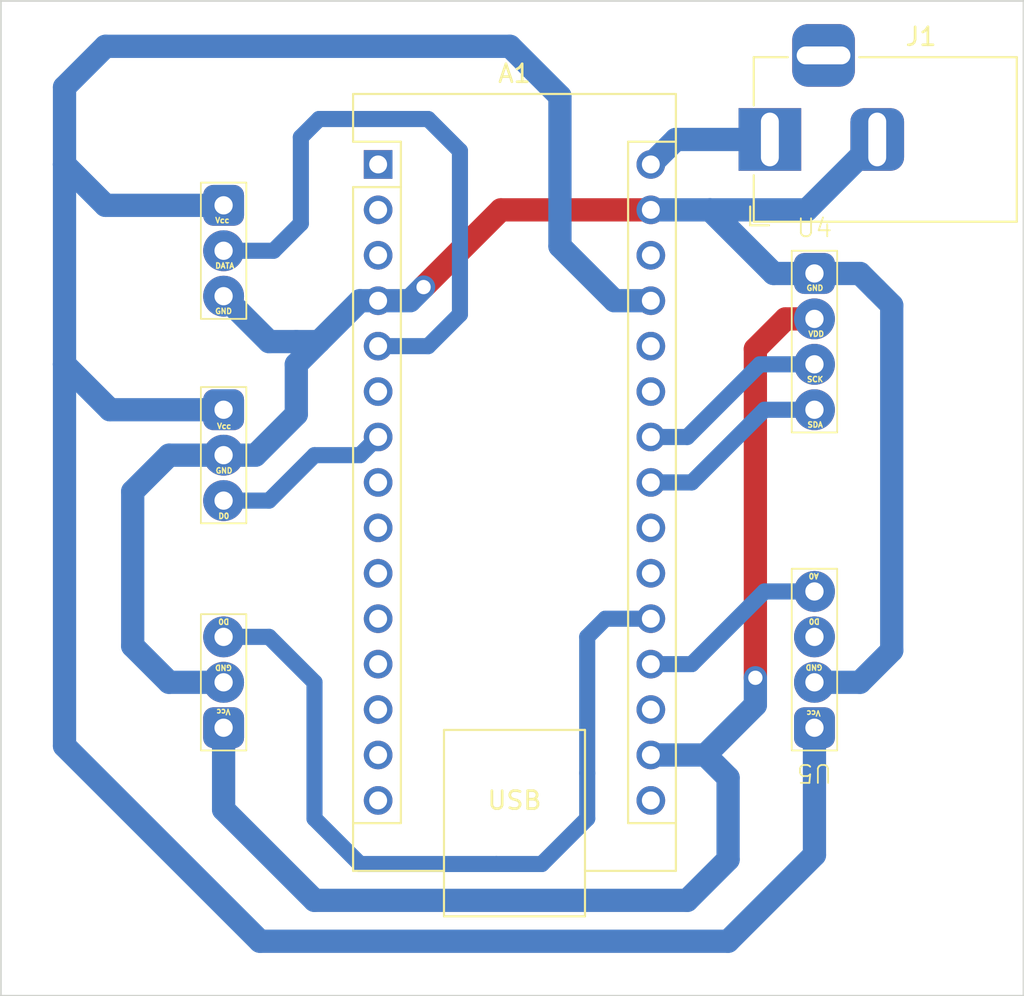
<source format=kicad_pcb>
(kicad_pcb (version 20221018) (generator pcbnew)
  (layers (0 "F.Cu" signal) (31 "B.Cu" signal) (34 "B.Paste" user) (35 "F.Paste" user) (36 "B.SilkS" user "B.Silkscreen") (37 "F.SilkS" user "F.Silkscreen") (38 "B.Mask" user) (39 "F.Mask" user) (44 "Edge.Cuts" user))
  (net 0 "")
  (net 4 "GND")
  (net 5 "Net-(A1-D2)")
  (net 7 "Net-(A1-D4)")
  (net 17 "Net-(A1-3V3)")
  (net 19 "Net-(A1-A0)")
  (net 20 "Net-(A1-A1)")
  (net 23 "Net-(A1-A4)")
  (net 24 "Net-(A1-A5)")
  (net 27 "Net-(A1-+5V)")
  (net 29 "+5V")
  (footprint "Module:Arduino_Nano" (layer "F.Cu") (at 39.116 24.384)
    (fp_text reference "A1" (at 7.62 -5.08) (layer "F.SilkS"))
    (fp_text value "Arduino_Nano_v3.x")
    (fp_text user "USB" (at 7.62 35.56 unlocked) (layer "F.SilkS"))
    (fp_line (start -1.4 -3.94) (end -1.4 -1.27) (stroke (width 0.12)) (layer "F.SilkS"))
    (fp_line (start -1.4 1.27) (end -1.4 39.5) (stroke (width 0.12)) (layer "F.SilkS"))
    (fp_line (start -1.4 39.5) (end 3.68 39.5) (stroke (width 0.12)) (layer "F.SilkS"))
    (fp_line (start 1.27 -1.27) (end -1.4 -1.27) (stroke (width 0.12)) (layer "F.SilkS"))
    (fp_line (start 1.27 1.27) (end -1.4 1.27) (stroke (width 0.12)) (layer "F.SilkS"))
    (fp_line (start 1.27 1.27) (end 1.27 -1.27) (stroke (width 0.12)) (layer "F.SilkS"))
    (fp_line (start 1.27 1.27) (end 1.27 36.83) (stroke (width 0.12)) (layer "F.SilkS"))
    (fp_line (start 1.27 36.83) (end -1.4 36.83) (stroke (width 0.12)) (layer "F.SilkS"))
    (fp_line (start 3.68 31.62) (end 11.56 31.62) (stroke (width 0.12)) (layer "F.SilkS"))
    (fp_line (start 3.68 42.04) (end 3.68 31.62) (stroke (width 0.12)) (layer "F.SilkS"))
    (fp_line (start 11.56 31.62) (end 11.56 42.04) (stroke (width 0.12)) (layer "F.SilkS"))
    (fp_line (start 11.56 42.04) (end 3.68 42.04) (stroke (width 0.12)) (layer "F.SilkS"))
    (fp_line (start 13.97 -1.27) (end 13.97 36.83) (stroke (width 0.12)) (layer "F.SilkS"))
    (fp_line (start 13.97 -1.27) (end 16.64 -1.27) (stroke (width 0.12)) (layer "F.SilkS"))
    (fp_line (start 13.97 36.83) (end 16.64 36.83) (stroke (width 0.12)) (layer "F.SilkS"))
    (fp_line (start 16.64 -3.94) (end -1.4 -3.94) (stroke (width 0.12)) (layer "F.SilkS"))
    (fp_line (start 16.64 39.5) (end 11.56 39.5) (stroke (width 0.12)) (layer "F.SilkS"))
    (fp_line (start 16.64 39.5) (end 16.64 -3.94) (stroke (width 0.12)) (layer "F.SilkS"))
    (pad "1" thru_hole rect (at 0 0) (size 1.6 1.6) (drill 1) (layers "*.Cu" "*.Mask"))
    (pad "2" thru_hole oval (at 0 2.54) (size 1.6 1.6) (drill 1) (layers "*.Cu" "*.Mask"))
    (pad "3" thru_hole oval (at 0 5.08) (size 1.6 1.6) (drill 1) (layers "*.Cu" "*.Mask"))
    (pad "4" thru_hole oval (at 0 7.62) (size 1.6 1.6) (drill 1) (layers "*.Cu" "*.Mask") (net 4 "GND"))
    (pad "5" thru_hole oval (at 0 10.16) (size 1.6 1.6) (drill 1) (layers "*.Cu" "*.Mask") (net 5 "Net-(A1-D2)"))
    (pad "6" thru_hole oval (at 0 12.7) (size 1.6 1.6) (drill 1) (layers "*.Cu" "*.Mask"))
    (pad "7" thru_hole oval (at 0 15.24) (size 1.6 1.6) (drill 1) (layers "*.Cu" "*.Mask") (net 7 "Net-(A1-D4)"))
    (pad "8" thru_hole oval (at 0 17.78) (size 1.6 1.6) (drill 1) (layers "*.Cu" "*.Mask"))
    (pad "9" thru_hole oval (at 0 20.32) (size 1.6 1.6) (drill 1) (layers "*.Cu" "*.Mask"))
    (pad "10" thru_hole oval (at 0 22.86) (size 1.6 1.6) (drill 1) (layers "*.Cu" "*.Mask"))
    (pad "11" thru_hole oval (at 0 25.4) (size 1.6 1.6) (drill 1) (layers "*.Cu" "*.Mask"))
    (pad "12" thru_hole oval (at 0 27.94) (size 1.6 1.6) (drill 1) (layers "*.Cu" "*.Mask"))
    (pad "13" thru_hole oval (at 0 30.48) (size 1.6 1.6) (drill 1) (layers "*.Cu" "*.Mask"))
    (pad "14" thru_hole oval (at 0 33.02) (size 1.6 1.6) (drill 1) (layers "*.Cu" "*.Mask"))
    (pad "15" thru_hole oval (at 0 35.56) (size 1.6 1.6) (drill 1) (layers "*.Cu" "*.Mask"))
    (pad "16" thru_hole oval (at 15.24 35.56) (size 1.6 1.6) (drill 1) (layers "*.Cu" "*.Mask"))
    (pad "17" thru_hole oval (at 15.24 33.02) (size 1.6 1.6) (drill 1) (layers "*.Cu" "*.Mask") (net 17 "Net-(A1-3V3)"))
    (pad "18" thru_hole oval (at 15.24 30.48) (size 1.6 1.6) (drill 1) (layers "*.Cu" "*.Mask"))
    (pad "19" thru_hole oval (at 15.24 27.94) (size 1.6 1.6) (drill 1) (layers "*.Cu" "*.Mask") (net 19 "Net-(A1-A0)"))
    (pad "20" thru_hole oval (at 15.24 25.4) (size 1.6 1.6) (drill 1) (layers "*.Cu" "*.Mask") (net 20 "Net-(A1-A1)"))
    (pad "21" thru_hole oval (at 15.24 22.86) (size 1.6 1.6) (drill 1) (layers "*.Cu" "*.Mask"))
    (pad "22" thru_hole oval (at 15.24 20.32) (size 1.6 1.6) (drill 1) (layers "*.Cu" "*.Mask"))
    (pad "23" thru_hole oval (at 15.24 17.78) (size 1.6 1.6) (drill 1) (layers "*.Cu" "*.Mask") (net 23 "Net-(A1-A4)"))
    (pad "24" thru_hole oval (at 15.24 15.24) (size 1.6 1.6) (drill 1) (layers "*.Cu" "*.Mask") (net 24 "Net-(A1-A5)"))
    (pad "25" thru_hole oval (at 15.24 12.7) (size 1.6 1.6) (drill 1) (layers "*.Cu" "*.Mask"))
    (pad "26" thru_hole oval (at 15.24 10.16) (size 1.6 1.6) (drill 1) (layers "*.Cu" "*.Mask"))
    (pad "27" thru_hole oval (at 15.24 7.62) (size 1.6 1.6) (drill 1) (layers "*.Cu" "*.Mask") (net 27 "Net-(A1-+5V)"))
    (pad "28" thru_hole oval (at 15.24 5.08) (size 1.6 1.6) (drill 1) (layers "*.Cu" "*.Mask"))
    (pad "29" thru_hole oval (at 15.24 2.54) (size 1.6 1.6) (drill 1) (layers "*.Cu" "*.Mask") (net 4 "GND"))
    (pad "30" thru_hole oval (at 15.24 0) (size 1.6 1.6) (drill 1) (layers "*.Cu" "*.Mask") (net 29 "+5V"))
  )
  (footprint "Gotchiplant_Library:Vibration_Module_SW420" (layer "F.Cu") (at 30.48 53.34 180)
    (fp_text reference "U6" hide)
    (fp_text value "Vibration_Module_SW 420")
    (fp_text user "Vcc" (at -0.425 -1.475 180 unlocked) (layer "F.SilkS") (effects (font (size 0.3 0.3) (thickness 0.075)) (justify left bottom)))
    (fp_text user "D0" (at -0.35 3.575 180 unlocked) (layer "F.SilkS") (effects (font (size 0.3 0.3) (thickness 0.075)) (justify left bottom)))
    (fp_text user "GND" (at -0.5 1 180 unlocked) (layer "F.SilkS") (effects (font (size 0.3 0.3) (thickness 0.075)) (justify left bottom)))
    (fp_rect (start -1.27 -3.81) (end 1.27 3.81) (stroke (width 0.1)) (fill none) (layer "F.SilkS"))
    (pad "1" thru_hole roundrect (at 0 -2.54 270) (size 2.286 2.286) (drill 1.02) (layers "*.Cu" "*.Mask") (net 17 "Net-(A1-3V3)"))
    (pad "2" thru_hole circle (at 0 0 270) (size 2.286 2.286) (drill 1.02) (layers "*.Cu" "*.Mask") (net 4 "GND"))
    (pad "3" thru_hole circle (at 0 2.54 270) (size 2.286 2.286) (drill 1.02) (layers "*.Cu" "*.Mask") (net 20 "Net-(A1-A1)"))
  )
  (footprint "Connector_BarrelJack:BarrelJack_Horizontal" (layer "F.Cu") (at 61.008 22.988 180)
    (fp_text reference "J1" (at -8.45 5.75) (layer "F.SilkS"))
    (fp_text value "Jack-DC")
    (fp_line (start -13.8 -4.6) (end 0.9 -4.6) (stroke (width 0.12)) (layer "F.SilkS"))
    (fp_line (start -13.8 4.6) (end -13.8 -4.6) (stroke (width 0.12)) (layer "F.SilkS"))
    (fp_line (start -5 4.6) (end -13.8 4.6) (stroke (width 0.12)) (layer "F.SilkS"))
    (fp_line (start 0.05 -4.8) (end 1.1 -4.8) (stroke (width 0.12)) (layer "F.SilkS"))
    (fp_line (start 0.9 -4.6) (end 0.9 -2) (stroke (width 0.12)) (layer "F.SilkS"))
    (fp_line (start 0.9 1.9) (end 0.9 4.6) (stroke (width 0.12)) (layer "F.SilkS"))
    (fp_line (start 0.9 4.6) (end -1 4.6) (stroke (width 0.12)) (layer "F.SilkS"))
    (fp_line (start 1.1 -3.75) (end 1.1 -4.8) (stroke (width 0.12)) (layer "F.SilkS"))
    (pad "1" thru_hole rect (at 0 0 180) (size 3.5 3.5) (drill oval 1 3) (layers "*.Cu" "*.Mask") (net 29 "+5V"))
    (pad "2" thru_hole roundrect (at -6 0 180) (size 3 3.5) (drill oval 1 3) (layers "*.Cu" "*.Mask") (net 4 "GND"))
    (pad "3" thru_hole roundrect (at -3 4.7 180) (size 3.5 3.5) (drill oval 3 1) (layers "*.Cu" "*.Mask"))
  )
  (footprint "Gotchiplant_Library:LDR Module LM393" (layer "F.Cu") (at 30.48 40.64)
    (fp_text reference "U3" hide)
    (fp_text value "LDR_Module_LM393")
    (fp_text user "GND" (at -0.4826 1.0414 unlocked) (layer "F.SilkS") (effects (font (size 0.3 0.3) (thickness 0.075)) (justify left bottom)))
    (fp_text user "Vcc" (at -0.4064 -1.4478 unlocked) (layer "F.SilkS") (effects (font (size 0.3 0.3) (thickness 0.075)) (justify left bottom)))
    (fp_text user "D0" (at -0.3302 3.5814 unlocked) (layer "F.SilkS") (effects (font (size 0.3 0.3) (thickness 0.075)) (justify left bottom)))
    (fp_rect (start -1.27 -3.81) (end 1.27 3.81) (stroke (width 0.1)) (fill none) (layer "F.SilkS"))
    (pad "1" thru_hole roundrect (at 0 -2.54) (size 2.286 2.286) (drill 1.02) (layers "*.Cu" "*.Mask") (net 27 "Net-(A1-+5V)"))
    (pad "2" thru_hole circle (at 0 0) (size 2.286 2.286) (drill 1.02) (layers "*.Cu" "*.Mask") (net 4 "GND"))
    (pad "3" thru_hole circle (at 0 2.54) (size 2.286 2.286) (drill 1.02) (layers "*.Cu" "*.Mask") (net 7 "Net-(A1-D4)"))
  )
  (footprint "Gotchiplant_Library:FC_28_SM Sensor" (layer "F.Cu") (at 63.5 52.07 180)
    (fp_text reference "U5" (at 0 -6.35 180 unlocked) (layer "F.SilkS") (effects (font (thickness 0.1))))
    (fp_text value "FC_28_SM_Sensor")
    (fp_text user "A0" (at -0.2794 4.8514 180 unlocked) (layer "F.SilkS") (effects (font (size 0.3 0.3) (thickness 0.075)) (justify left bottom)))
    (fp_text user "Vcc" (at -0.381 -2.8194 180 unlocked) (layer "F.SilkS") (effects (font (size 0.3 0.3) (thickness 0.075)) (justify left bottom)))
    (fp_text user "D0" (at -0.3302 2.3114 180 unlocked) (layer "F.SilkS") (effects (font (size 0.3 0.3) (thickness 0.075)) (justify left bottom)))
    (fp_text user "GND" (at -0.4826 -0.254 180 unlocked) (layer "F.SilkS") (effects (font (size 0.3 0.3) (thickness 0.075)) (justify left bottom)))
    (fp_rect (start -1.27 -5.08) (end 1.27 5.08) (stroke (width 0.1)) (fill none) (layer "F.SilkS"))
    (pad "1" thru_hole roundrect (at 0 -3.81 270) (size 2.286 2.286) (drill 1.02) (layers "*.Cu" "*.Mask") (net 27 "Net-(A1-+5V)"))
    (pad "2" thru_hole circle (at 0 -1.27 270) (size 2.286 2.286) (drill 1.02) (layers "*.Cu" "*.Mask") (net 4 "GND"))
    (pad "3" thru_hole circle (at 0 1.27 270) (size 2.286 2.286) (drill 1.02) (layers "*.Cu" "*.Mask"))
    (pad "4" thru_hole circle (at 0 3.81 270) (size 2.286 2.286) (drill 1.02) (layers "*.Cu" "*.Mask") (net 19 "Net-(A1-A0)"))
  )
  (footprint "Gotchiplant_Library:DHT11" (layer "F.Cu") (at 30.48 29.21)
    (fp_text reference "U2" hide)
    (fp_text value "DHT11")
    (fp_text user "GND" (at -0.508 3.556 unlocked) (layer "F.SilkS") (effects (font (size 0.3 0.3) (thickness 0.075)) (justify left bottom)))
    (fp_text user "DATA" (at -0.508 1.016 unlocked) (layer "F.SilkS") (effects (font (size 0.3 0.3) (thickness 0.075)) (justify left bottom)))
    (fp_text user "Vcc" (at -0.508 -1.524 unlocked) (layer "F.SilkS") (effects (font (size 0.3 0.3) (thickness 0.075)) (justify left bottom)))
    (fp_rect (start -1.27 -3.81) (end 1.27 3.81) (stroke (width 0.1)) (fill none) (layer "F.SilkS"))
    (pad "1" thru_hole roundrect (at 0 -2.54 90) (size 2.286 2.286) (drill 1.02) (layers "*.Cu" "*.Mask") (net 27 "Net-(A1-+5V)"))
    (pad "2" thru_hole circle (at 0 0) (size 2.286 2.286) (drill 1.02) (layers "*.Cu" "*.Mask") (net 5 "Net-(A1-D2)"))
    (pad "3" thru_hole circle (at 0 2.54) (size 2.286 2.286) (drill 1.02) (layers "*.Cu" "*.Mask") (net 4 "GND"))
  )
  (footprint "Gotchiplant_Library:Display_LCD_OLED" (layer "F.Cu") (at 63.5 34.29)
    (fp_text reference "U4" (at 0 -6.35 unlocked) (layer "F.SilkS") (effects (font (thickness 0.1))))
    (fp_text value "Display_LCD_OLED")
    (fp_text user "SCK" (at -0.4572 2.286 unlocked) (layer "F.SilkS") (effects (font (size 0.3 0.3) (thickness 0.075)) (justify left bottom)))
    (fp_text user "GND" (at -0.4826 -2.8194 unlocked) (layer "F.SilkS") (effects (font (size 0.3 0.3) (thickness 0.075)) (justify left bottom)))
    (fp_text user "SDA" (at -0.4318 4.826 unlocked) (layer "F.SilkS") (effects (font (size 0.3 0.3) (thickness 0.075)) (justify left bottom)))
    (fp_text user "VDD" (at -0.381 -0.254 unlocked) (layer "F.SilkS") (effects (font (size 0.3 0.3) (thickness 0.075)) (justify left bottom)))
    (fp_rect (start -1.27 -5.08) (end 1.27 5.08) (stroke (width 0.1)) (fill none) (layer "F.SilkS"))
    (pad "1" thru_hole roundrect (at 0 -3.81 90) (size 2.286 2.286) (drill 1.02) (layers "*.Cu" "*.Mask") (net 4 "GND"))
    (pad "2" thru_hole circle (at 0 -1.27 90) (size 2.286 2.286) (drill 1.02) (layers "*.Cu" "*.Mask") (net 17 "Net-(A1-3V3)"))
    (pad "3" thru_hole circle (at 0 1.27 90) (size 2.286 2.286) (drill 1.02) (layers "*.Cu" "*.Mask") (net 24 "Net-(A1-A5)"))
    (pad "4" thru_hole circle (at 0 3.81 90) (size 2.286 2.286) (drill 1.02) (layers "*.Cu" "*.Mask") (net 23 "Net-(A1-A4)"))
  )
  (gr_rect (start 18.034 15.24) (end 75.184 70.866) (stroke (width 0.1)) (fill none) (layer "Edge.Cuts"))
  (segment (start 45.974 26.924) (end 54.356 26.924) (width 1.3) (layer "F.Cu") (net 4))
  (segment (start 41.656 31.242) (end 45.974 26.924) (width 1.3) (layer "F.Cu") (net 4))
  (segment (start 67.008 22.988) (end 66.929 23.067) (width 0.25) (layer "F.Cu") (net 4))
  (via (at 41.656 31.242) (size 1.02) (drill 0.8) (layers "F.Cu" "B.Cu") (net 4))
  (segment (start 66.04 53.34) (end 63.5 53.34) (width 1.3) (layer "B.Cu") (net 4))
  (segment (start 32.258 40.64) (end 34.544 38.354) (width 1.3) (layer "B.Cu") (net 4))
  (segment (start 63.5 30.48) (end 61.214 30.48) (width 1.3) (layer "B.Cu") (net 4))
  (segment (start 27.432 40.64) (end 25.4 42.672) (width 1.3) (layer "B.Cu") (net 4))
  (segment (start 57.658 26.924) (end 54.356 26.924) (width 1.3) (layer "B.Cu") (net 4))
  (segment (start 67.818 51.562) (end 66.04 53.34) (width 1.3) (layer "B.Cu") (net 4))
  (segment (start 66.929 31.369) (end 67.818 32.258) (width 1.3) (layer "B.Cu") (net 4))
  (segment (start 30.48 40.64) (end 27.432 40.64) (width 1.3) (layer "B.Cu") (net 4))
  (segment (start 61.214 30.48) (end 57.658 26.924) (width 1.3) (layer "B.Cu") (net 4))
  (segment (start 30.48 40.64) (end 32.258 40.64) (width 1.3) (layer "B.Cu") (net 4))
  (segment (start 40.894 32.004) (end 41.656 31.242) (width 1.3) (layer "B.Cu") (net 4))
  (segment (start 57.658 26.924) (end 63.072 26.924) (width 1.3) (layer "B.Cu") (net 4))
  (segment (start 66.04 30.48) (end 66.929 31.369) (width 1.3) (layer "B.Cu") (net 4))
  (segment (start 25.4 42.672) (end 25.4 51.308) (width 1.3) (layer "B.Cu") (net 4))
  (segment (start 25.4 51.308) (end 27.432 53.34) (width 1.3) (layer "B.Cu") (net 4))
  (segment (start 63.072 26.924) (end 67.008 22.988) (width 1.3) (layer "B.Cu") (net 4))
  (segment (start 39.116 32.004) (end 38.1 32.004) (width 1.3) (layer "B.Cu") (net 4))
  (segment (start 34.544 35.56) (end 35.814 34.29) (width 1.3) (layer "B.Cu") (net 4))
  (segment (start 39.116 32.004) (end 40.894 32.004) (width 1.3) (layer "B.Cu") (net 4))
  (segment (start 34.544 34.29) (end 33.02 34.29) (width 1.3) (layer "B.Cu") (net 4))
  (segment (start 63.5 30.48) (end 66.04 30.48) (width 1.3) (layer "B.Cu") (net 4))
  (segment (start 27.432 53.34) (end 30.48 53.34) (width 1.3) (layer "B.Cu") (net 4))
  (segment (start 34.544 38.354) (end 34.544 35.56) (width 1.3) (layer "B.Cu") (net 4))
  (segment (start 38.1 32.004) (end 35.814 34.29) (width 1.3) (layer "B.Cu") (net 4))
  (segment (start 35.814 34.29) (end 34.544 34.29) (width 1.3) (layer "B.Cu") (net 4))
  (segment (start 33.02 34.29) (end 30.48 31.75) (width 1.3) (layer "B.Cu") (net 4))
  (segment (start 67.818 32.258) (end 67.818 51.562) (width 1.3) (layer "B.Cu") (net 4))
  (segment (start 34.798 27.686) (end 34.798 22.86) (width 0.9) (layer "B.Cu") (net 5))
  (segment (start 41.91 21.844) (end 43.688 23.622) (width 0.9) (layer "B.Cu") (net 5))
  (segment (start 35.814 21.844) (end 41.91 21.844) (width 0.9) (layer "B.Cu") (net 5))
  (segment (start 41.91 34.544) (end 39.116 34.544) (width 0.9) (layer "B.Cu") (net 5))
  (segment (start 30.48 29.21) (end 33.274 29.21) (width 0.9) (layer "B.Cu") (net 5))
  (segment (start 43.688 23.622) (end 43.688 32.766) (width 0.9) (layer "B.Cu") (net 5))
  (segment (start 34.798 22.86) (end 35.814 21.844) (width 0.9) (layer "B.Cu") (net 5))
  (segment (start 43.688 32.766) (end 41.91 34.544) (width 0.9) (layer "B.Cu") (net 5))
  (segment (start 33.274 29.21) (end 34.798 27.686) (width 0.9) (layer "B.Cu") (net 5))
  (segment (start 30.48 43.18) (end 33.02 43.18) (width 0.9) (layer "B.Cu") (net 7))
  (segment (start 35.56 40.64) (end 38.1 40.64) (width 0.9) (layer "B.Cu") (net 7))
  (segment (start 38.1 40.64) (end 39.116 39.624) (width 0.9) (layer "B.Cu") (net 7))
  (segment (start 33.02 43.18) (end 35.56 40.64) (width 0.9) (layer "B.Cu") (net 7))
  (segment (start 60.198 34.705554) (end 61.883554 33.02) (width 1.3) (layer "F.Cu") (net 17))
  (segment (start 61.883554 33.02) (end 63.5 33.02) (width 1.3) (layer "F.Cu") (net 17))
  (segment (start 60.198 53.086) (end 60.198 34.705554) (width 1.3) (layer "F.Cu") (net 17))
  (via (at 60.198 53.086) (size 1.02) (drill 0.8) (layers "F.Cu" "B.Cu") (net 17))
  (segment (start 60.198 54.61) (end 60.198 53.086) (width 1.3) (layer "B.Cu") (net 17))
  (segment (start 30.48 60.452) (end 30.48 55.88) (width 1.3) (layer "B.Cu") (net 17))
  (segment (start 58.674 63.246) (end 56.388 65.532) (width 1.3) (layer "B.Cu") (net 17))
  (segment (start 35.56 65.532) (end 30.48 60.452) (width 1.3) (layer "B.Cu") (net 17))
  (segment (start 56.388 65.532) (end 35.56 65.532) (width 1.3) (layer "B.Cu") (net 17))
  (segment (start 58.674 58.674) (end 58.674 63.246) (width 1.3) (layer "B.Cu") (net 17))
  (segment (start 54.356 57.404) (end 57.404 57.404) (width 1.3) (layer "B.Cu") (net 17))
  (segment (start 57.404 57.404) (end 60.198 54.61) (width 1.3) (layer "B.Cu") (net 17))
  (segment (start 57.404 57.404) (end 58.674 58.674) (width 1.3) (layer "B.Cu") (net 17))
  (segment (start 60.706 48.26) (end 56.642 52.324) (width 0.9) (layer "B.Cu") (net 19))
  (segment (start 56.642 52.324) (end 54.356 52.324) (width 0.9) (layer "B.Cu") (net 19))
  (segment (start 63.5 48.26) (end 60.706 48.26) (width 0.9) (layer "B.Cu") (net 19))
  (segment (start 50.8 50.8) (end 51.816 49.784) (width 0.9) (layer "B.Cu") (net 20))
  (segment (start 51.816 49.784) (end 54.356 49.784) (width 0.9) (layer "B.Cu") (net 20))
  (segment (start 35.56 60.96) (end 38.1 63.5) (width 0.9) (layer "B.Cu") (net 20))
  (segment (start 35.56 53.34) (end 35.56 60.96) (width 0.9) (layer "B.Cu") (net 20))
  (segment (start 30.48 50.8) (end 33.02 50.8) (width 0.9) (layer "B.Cu") (net 20))
  (segment (start 48.26 63.5) (end 50.8 60.96) (width 0.9) (layer "B.Cu") (net 20))
  (segment (start 50.8 60.96) (end 50.8 58.42) (width 0.9) (layer "B.Cu") (net 20))
  (segment (start 33.02 50.8) (end 35.56 53.34) (width 0.9) (layer "B.Cu") (net 20))
  (segment (start 45.72 63.5) (end 48.26 63.5) (width 0.9) (layer "B.Cu") (net 20))
  (segment (start 50.8 58.42) (end 50.8 50.8) (width 0.9) (layer "B.Cu") (net 20))
  (segment (start 38.1 63.5) (end 45.72 63.5) (width 0.9) (layer "B.Cu") (net 20))
  (segment (start 60.706 38.1) (end 56.642 42.164) (width 0.9) (layer "B.Cu") (net 23))
  (segment (start 56.642 42.164) (end 54.356 42.164) (width 0.9) (layer "B.Cu") (net 23))
  (segment (start 63.5 38.1) (end 60.706 38.1) (width 0.9) (layer "B.Cu") (net 23))
  (segment (start 60.452 35.56) (end 56.388 39.624) (width 0.9) (layer "B.Cu") (net 24))
  (segment (start 63.5 35.56) (end 60.452 35.56) (width 0.9) (layer "B.Cu") (net 24))
  (segment (start 56.388 39.624) (end 54.356 39.624) (width 0.9) (layer "B.Cu") (net 24))
  (segment (start 49.276 20.574) (end 49.276 28.956) (width 1.3) (layer "B.Cu") (net 27))
  (segment (start 21.59 20.066) (end 21.59 24.384) (width 1.3) (layer "B.Cu") (net 27))
  (segment (start 58.674 67.818) (end 63.5 62.992) (width 1.3) (layer "B.Cu") (net 27))
  (segment (start 23.876 26.67) (end 21.59 24.384) (width 1.3) (layer "B.Cu") (net 27))
  (segment (start 46.482 17.78) (end 23.876 17.78) (width 1.3) (layer "B.Cu") (net 27))
  (segment (start 21.59 35.56) (end 24.13 38.1) (width 1.3) (layer "B.Cu") (net 27))
  (segment (start 32.512 67.818) (end 58.674 67.818) (width 1.3) (layer "B.Cu") (net 27))
  (segment (start 21.59 56.896) (end 32.512 67.818) (width 1.3) (layer "B.Cu") (net 27))
  (segment (start 21.59 24.384) (end 21.59 35.56) (width 1.3) (layer "B.Cu") (net 27))
  (segment (start 23.876 17.78) (end 21.59 20.066) (width 1.3) (layer "B.Cu") (net 27))
  (segment (start 52.324 32.004) (end 54.356 32.004) (width 1.3) (layer "B.Cu") (net 27))
  (segment (start 63.5 62.992) (end 63.5 55.88) (width 1.3) (layer "B.Cu") (net 27))
  (segment (start 24.13 38.1) (end 30.48 38.1) (width 1.3) (layer "B.Cu") (net 27))
  (segment (start 46.482 17.78) (end 49.276 20.574) (width 1.3) (layer "B.Cu") (net 27))
  (segment (start 21.59 35.56) (end 21.59 56.896) (width 1.3) (layer "B.Cu") (net 27))
  (segment (start 30.48 26.67) (end 23.876 26.67) (width 1.3) (layer "B.Cu") (net 27))
  (segment (start 49.276 28.956) (end 52.324 32.004) (width 1.3) (layer "B.Cu") (net 27))
  (segment (start 61.008 22.988) (end 55.752 22.988) (width 1.3) (layer "B.Cu") (net 29))
  (segment (start 55.752 22.988) (end 54.356 24.384) (width 1.3) (layer "B.Cu") (net 29))
)
</source>
